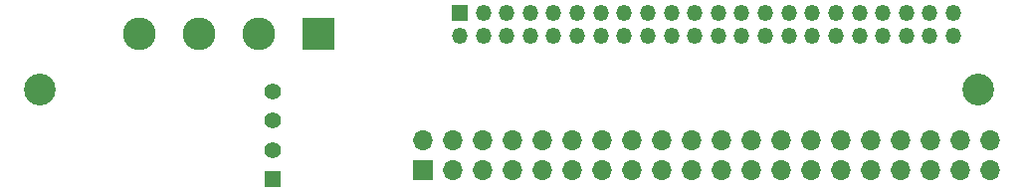
<source format=gbr>
%TF.GenerationSoftware,KiCad,Pcbnew,7.0.1*%
%TF.CreationDate,2023-04-11T11:00:07-05:00*%
%TF.ProjectId,ata_40_to_ata_44_adapter,6174615f-3430-45f7-946f-5f6174615f34,rev?*%
%TF.SameCoordinates,Original*%
%TF.FileFunction,Soldermask,Bot*%
%TF.FilePolarity,Negative*%
%FSLAX46Y46*%
G04 Gerber Fmt 4.6, Leading zero omitted, Abs format (unit mm)*
G04 Created by KiCad (PCBNEW 7.0.1) date 2023-04-11 11:00:07*
%MOMM*%
%LPD*%
G01*
G04 APERTURE LIST*
%ADD10C,2.700000*%
%ADD11C,1.408000*%
%ADD12R,1.408000X1.408000*%
%ADD13C,2.780000*%
%ADD14R,2.780000X2.780000*%
%ADD15R,1.350000X1.350000*%
%ADD16O,1.350000X1.350000*%
%ADD17R,1.700000X1.700000*%
%ADD18O,1.700000X1.700000*%
G04 APERTURE END LIST*
D10*
%TO.C,H2*%
X77100000Y-75702500D03*
%TD*%
%TO.C,H1*%
X156900000Y-75702500D03*
%TD*%
D11*
%TO.C,J4*%
X96900000Y-75800000D03*
X96900000Y-78300000D03*
X96900000Y-80800000D03*
D12*
X96900000Y-83300000D03*
%TD*%
D13*
%TO.C,J3*%
X85560000Y-70900000D03*
X90640000Y-70900000D03*
X95720000Y-70900000D03*
D14*
X100800000Y-70900000D03*
%TD*%
D15*
%TO.C,J2*%
X112785000Y-69120000D03*
D16*
X112785000Y-71120000D03*
X114785000Y-69120000D03*
X114785000Y-71120000D03*
X116785000Y-69120000D03*
X116785000Y-71120000D03*
X118785000Y-69120000D03*
X118785000Y-71120000D03*
X120785000Y-69120000D03*
X120785000Y-71120000D03*
X122785000Y-69120000D03*
X122785000Y-71120000D03*
X124785000Y-69120000D03*
X124785000Y-71120000D03*
X126785000Y-69120000D03*
X126785000Y-71120000D03*
X128785000Y-69120000D03*
X128785000Y-71120000D03*
X130785000Y-69120000D03*
X130785000Y-71120000D03*
X132785000Y-69120000D03*
X132785000Y-71120000D03*
X134785000Y-69120000D03*
X134785000Y-71120000D03*
X136785000Y-69120000D03*
X136785000Y-71120000D03*
X138785000Y-69120000D03*
X138785000Y-71120000D03*
X140785000Y-69120000D03*
X140785000Y-71120000D03*
X142785000Y-69120000D03*
X142785000Y-71120000D03*
X144785000Y-69120000D03*
X144785000Y-71120000D03*
X146785000Y-69120000D03*
X146785000Y-71120000D03*
X148785000Y-69120000D03*
X148785000Y-71120000D03*
X150785000Y-69120000D03*
X150785000Y-71120000D03*
X152785000Y-69120000D03*
X152785000Y-71120000D03*
X154785000Y-69120000D03*
X154785000Y-71120000D03*
%TD*%
D17*
%TO.C,J1*%
X109660000Y-82560000D03*
D18*
X109660000Y-80020000D03*
X112200000Y-82560000D03*
X112200000Y-80020000D03*
X114740000Y-82560000D03*
X114740000Y-80020000D03*
X117280000Y-82560000D03*
X117280000Y-80020000D03*
X119820000Y-82560000D03*
X119820000Y-80020000D03*
X122360000Y-82560000D03*
X122360000Y-80020000D03*
X124900000Y-82560000D03*
X124900000Y-80020000D03*
X127440000Y-82560000D03*
X127440000Y-80020000D03*
X129980000Y-82560000D03*
X129980000Y-80020000D03*
X132520000Y-82560000D03*
X132520000Y-80020000D03*
X135060000Y-82560000D03*
X135060000Y-80020000D03*
X137600000Y-82560000D03*
X137600000Y-80020000D03*
X140140000Y-82560000D03*
X140140000Y-80020000D03*
X142680000Y-82560000D03*
X142680000Y-80020000D03*
X145220000Y-82560000D03*
X145220000Y-80020000D03*
X147760000Y-82560000D03*
X147760000Y-80020000D03*
X150300000Y-82560000D03*
X150300000Y-80020000D03*
X152840000Y-82560000D03*
X152840000Y-80020000D03*
X155380000Y-82560000D03*
X155380000Y-80020000D03*
X157920000Y-82560000D03*
X157920000Y-80020000D03*
%TD*%
M02*

</source>
